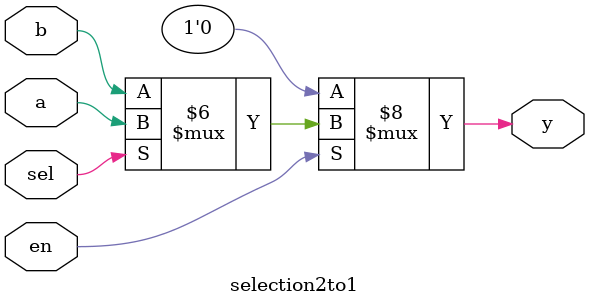
<source format=v>
module selection2to1(

input a,
input b,
input sel,
input en,

output reg y
);

always @(*)begin
	if(en == 1'b1) begin
		 if(sel == 1'b1) y <= a;
		 else				  y <= b;
	end
	else begin
		y <= 0;
	end
end

endmodule

</source>
